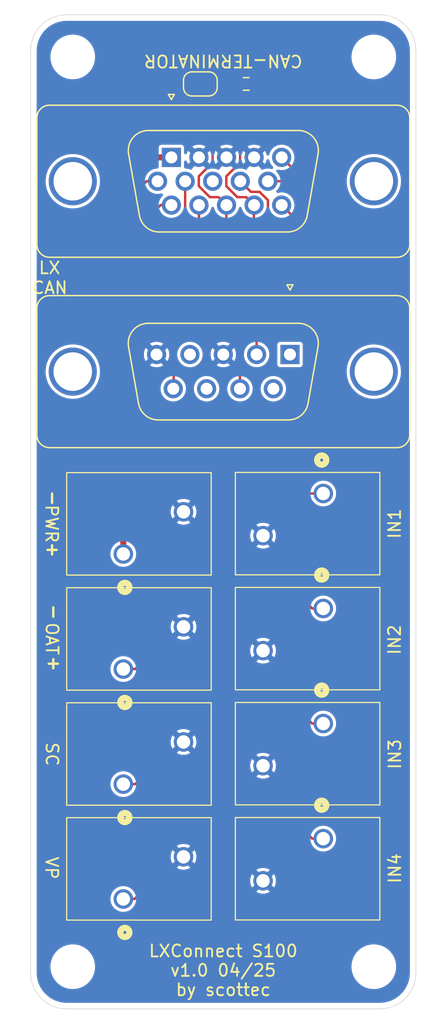
<source format=kicad_pcb>
(kicad_pcb (version 20241229) (generator "pcbnew") (generator_version "9.0")
  (layers (0 "F.Cu" signal) (2 "B.Cu" signal) (13 "F.Paste" user) (15 "B.Paste" user) (5 "F.SilkS" user "F.Silkscreen") (7 "B.SilkS" user "B.Silkscreen") (1 "F.Mask" user) (3 "B.Mask" user) (25 "Edge.Cuts" user))
  (net 0 "")
  (net 1 "/CANH")
  (net 2 "/OAT")
  (net 3 "/CANL")
  (net 4 "/IN2")
  (net 5 "/12V-IN")
  (net 6 "GND")
  (net 7 "/VP")
  (net 8 "/IN4")
  (net 9 "/12V-OUT")
  (net 10 "/IN1")
  (net 11 "/SC")
  (net 12 "/IN3")
  (net 17 "Net-(JP1-A)")
  (footprint "GSI_footprints:Wago-250-202" (layer "F.Cu") (at 131.398 118.6636 -90)
    (property "Reference" "J7" (hide yes))
    (property "Value" "OAT" (at -2.5094 5.922 270) (layer "F.SilkS"))
    (fp_circle (center 2.774 -0.128) (end 2.393 -0.128) (stroke (width 0.508)) (fill no) (layer "F.SilkS"))
    (fp_poly (pts (xy 1.749999 -7.3) (xy 1.75 4.7) (xy -6.75 4.7) (xy -6.75 -7.3)) (stroke (width 0.1)) (fill no) (layer "F.SilkS"))
    (pad "1" thru_hole circle (at 0 0 270) (size 1.6256 1.6256) (drill 1.1176) (layers "*.Cu" "*.Mask") (net 2 "/OAT"))
    (pad "2" thru_hole circle (at -3.5 -5 270) (size 1.6256 1.6256) (drill 1.1176) (layers "*.Cu" "*.Mask") (net 6 "GND"))
  )
  (footprint "MountingHole:MountingHole_3.2mm_M3" (layer "F.Cu") (at 152.2 143.366)
    (property "Reference" "H4" (hide yes))
    (property "Value" "MountingHole" (hide yes))
    (pad "" np_thru_hole circle (at 0 0) (size 3.2 3.2) (drill 3.2) (layers "*.Cu" "*.Mask"))
  )
  (footprint "GSI_footprints:Wago-250-202" (layer "F.Cu") (at 131.398 128.214 -90)
    (property "Reference" "J8" (hide yes))
    (property "Value" "SC" (at -2.484 5.922 270) (layer "F.SilkS"))
    (fp_circle (center 2.774 -0.128) (end 2.393 -0.128) (stroke (width 0.508)) (fill no) (layer "F.SilkS"))
    (fp_poly (pts (xy 1.749999 -7.3) (xy 1.75 4.7) (xy -6.75 4.7) (xy -6.75 -7.3)) (stroke (width 0.1)) (fill no) (layer "F.SilkS"))
    (pad "1" thru_hole circle (at 0 0 270) (size 1.6256 1.6256) (drill 1.1176) (layers "*.Cu" "*.Mask") (net 11 "/SC"))
    (pad "2" thru_hole circle (at -3.5 -5 270) (size 1.6256 1.6256) (drill 1.1176) (layers "*.Cu" "*.Mask") (net 6 "GND"))
  )
  (footprint "GSI_footprints:Wago-250-202" (layer "F.Cu") (at 131.398 137.7468 -90)
    (property "Reference" "J2" (hide yes))
    (property "Value" "VP" (at -2.568 5.9474 270) (layer "F.SilkS"))
    (fp_circle (center 2.774 -0.128) (end 2.393 -0.128) (stroke (width 0.508)) (fill no) (layer "F.SilkS"))
    (fp_poly (pts (xy 1.749999 -7.3) (xy 1.75 4.7) (xy -6.75 4.7) (xy -6.75 -7.3)) (stroke (width 0.1)) (fill no) (layer "F.SilkS"))
    (pad "1" thru_hole circle (at 0 0 270) (size 1.6256 1.6256) (drill 1.1176) (layers "*.Cu" "*.Mask") (net 7 "/VP"))
    (pad "2" thru_hole circle (at -3.5 -5 270) (size 1.6256 1.6256) (drill 1.1176) (layers "*.Cu" "*.Mask") (net 6 "GND"))
  )
  (footprint "GSI_footprints:Wago-250-202" (layer "F.Cu") (at 148.002 113.637 90)
    (property "Reference" "J4" (hide yes))
    (property "Value" "IN2" (at -2.5934 5.922 90) (layer "F.SilkS"))
    (fp_circle (center 2.774 -0.128) (end 2.393 -0.128) (stroke (width 0.508)) (fill no) (layer "F.SilkS"))
    (fp_poly (pts (xy 1.749999 -7.3) (xy 1.75 4.7) (xy -6.75 4.7) (xy -6.75 -7.3)) (stroke (width 0.1)) (fill no) (layer "F.SilkS"))
    (pad "1" thru_hole circle (at 0 0 90) (size 1.6256 1.6256) (drill 1.1176) (layers "*.Cu" "*.Mask") (net 4 "/IN2"))
    (pad "2" thru_hole circle (at -3.5 -5 90) (size 1.6256 1.6256) (drill 1.1176) (layers "*.Cu" "*.Mask") (net 6 "GND"))
  )
  (footprint "GSI_footprints:Wago-250-202" (layer "F.Cu") (at 148.002 123.1874 90)
    (property "Reference" "J5" (hide yes))
    (property "Value" "IN3" (at -2.5426 5.9474 90) (layer "F.SilkS"))
    (fp_circle (center 2.774 -0.128) (end 2.393 -0.128) (stroke (width 0.508)) (fill no) (layer "F.SilkS"))
    (fp_poly (pts (xy 1.749999 -7.3) (xy 1.75 4.7) (xy -6.75 4.7) (xy -6.75 -7.3)) (stroke (width 0.1)) (fill no) (layer "F.SilkS"))
    (pad "1" thru_hole circle (at 0 0 90) (size 1.6256 1.6256) (drill 1.1176) (layers "*.Cu" "*.Mask") (net 12 "/IN3"))
    (pad "2" thru_hole circle (at -3.5 -5 90) (size 1.6256 1.6256) (drill 1.1176) (layers "*.Cu" "*.Mask") (net 6 "GND"))
  )
  (footprint "Resistor_SMD:R_0603_1608Metric" (layer "F.Cu") (at 141.605 70.104)
    (property "Reference" "R1" (hide yes))
    (property "Value" "120R" (hide yes))
    (fp_line (start -0.237258 -0.5225) (end 0.237258 -0.5225) (stroke (width 0.12)) (layer "F.SilkS"))
    (fp_line (start -0.237258 0.5225) (end 0.237258 0.5225) (stroke (width 0.12)) (layer "F.SilkS"))
    (pad "1" smd roundrect (at -0.825 0) (size 0.8 0.95) (layers "F.Cu" "F.Mask" "F.Paste") (net 17 "Net-(JP1-A)"))
    (pad "2" smd roundrect (at 0.825 0) (size 0.8 0.95) (layers "F.Cu" "F.Mask" "F.Paste") (net 3 "/CANL"))
  )
  (footprint "GSI_footprints:Wago-250-202" (layer "F.Cu") (at 148.002 132.7378 90)
    (property "Reference" "J6" (hide yes))
    (property "Value" "IN4" (at -2.4664 5.9474 90) (layer "F.SilkS"))
    (fp_circle (center 2.774 -0.128) (end 2.393 -0.128) (stroke (width 0.508)) (fill no) (layer "F.SilkS"))
    (fp_poly (pts (xy 1.749999 -7.3) (xy 1.75 4.7) (xy -6.75 4.7) (xy -6.75 -7.3)) (stroke (width 0.1)) (fill no) (layer "F.SilkS"))
    (pad "1" thru_hole circle (at 0 0 90) (size 1.6256 1.6256) (drill 1.1176) (layers "*.Cu" "*.Mask") (net 8 "/IN4"))
    (pad "2" thru_hole circle (at -3.5 -5 90) (size 1.6256 1.6256) (drill 1.1176) (layers "*.Cu" "*.Mask") (net 6 "GND"))
  )
  (footprint "MountingHole:MountingHole_3.2mm_M3" (layer "F.Cu") (at 152.2 67.866)
    (property "Reference" "H2" (hide yes))
    (property "Value" "MountingHole" (hide yes))
    (pad "" np_thru_hole circle (at 0 0) (size 3.2 3.2) (drill 3.2) (layers "*.Cu" "*.Mask"))
  )
  (footprint "GSI_footprints:Wago-250-202" (layer "F.Cu") (at 148.002 104.0944 90)
    (property "Reference" "J3" (hide yes))
    (property "Value" "IN1" (at -2.5094 5.922 90) (layer "F.SilkS"))
    (fp_circle (center 2.774 -0.128) (end 2.393 -0.128) (stroke (width 0.508)) (fill no) (layer "F.SilkS"))
    (fp_poly (pts (xy 1.749999 -7.3) (xy 1.75 4.7) (xy -6.75 4.7) (xy -6.75 -7.3)) (stroke (width 0.1)) (fill no) (layer "F.SilkS"))
    (pad "1" thru_hole circle (at 0 0 90) (size 1.6256 1.6256) (drill 1.1176) (layers "*.Cu" "*.Mask") (net 10 "/IN1"))
    (pad "2" thru_hole circle (at -3.5 -5 90) (size 1.6256 1.6256) (drill 1.1176) (layers "*.Cu" "*.Mask") (net 6 "GND"))
  )
  (footprint "Connector_Dsub:DSUB-15-HD_Male_Vertical_P2.29x1.98mm_MountingHoles" (layer "F.Cu") (at 135.3882 76.2)
    (property "Reference" "J1" (hide yes))
    (property "Value" "LX" (at -10.1154 9.1694 0) (layer "F.SilkS"))
    (fp_line (start -11.17 7.23) (end -11.17 -3.27) (stroke (width 0.12)) (layer "F.SilkS"))
    (fp_line (start -10.11 -4.33) (end 18.74 -4.33) (stroke (width 0.12)) (layer "F.SilkS"))
    (fp_line (start -3.55147 -0.281744) (end -2.652202 4.818256) (stroke (width 0.12)) (layer "F.SilkS"))
    (fp_line (start -1.916689 -2.23) (end 10.546689 -2.23) (stroke (width 0.12)) (layer "F.SilkS"))
    (fp_line (start -1.017421 6.19) (end 9.647421 6.19) (stroke (width 0.12)) (layer "F.SilkS"))
    (fp_line (start -0.25 -5.224338) (end 0.25 -5.224338) (stroke (width 0.12)) (layer "F.SilkS"))
    (fp_line (start 0 -4.791325) (end -0.25 -5.224338) (stroke (width 0.12)) (layer "F.SilkS"))
    (fp_line (start 0.25 -5.224338) (end 0 -4.791325) (stroke (width 0.12)) (layer "F.SilkS"))
    (fp_line (start 12.18147 -0.281744) (end 11.282202 4.818256) (stroke (width 0.12)) (layer "F.SilkS"))
    (fp_line (start 18.74 8.29) (end -10.11 8.29) (stroke (width 0.12)) (layer "F.SilkS"))
    (fp_line (start 19.8 -3.27) (end 19.8 7.23) (stroke (width 0.12)) (layer "F.SilkS"))
    (fp_arc (start -11.17 -3.27) (mid -10.859533 -4.019533) (end -10.11 -4.33) (stroke (width 0.12)) (layer "F.SilkS"))
    (fp_arc (start -10.11 8.29) (mid -10.859533 7.979533) (end -11.17 7.23) (stroke (width 0.12)) (layer "F.SilkS"))
    (fp_arc (start -3.55147 -0.281744) (mid -3.188323 -1.637027) (end -1.916689 -2.23) (stroke (width 0.12)) (layer "F.SilkS"))
    (fp_arc (start -1.017421 6.19) (mid -2.084449 5.801634) (end -2.652202 4.818256) (stroke (width 0.12)) (layer "F.SilkS"))
    (fp_arc (start 10.546689 -2.23) (mid 11.818323 -1.637027) (end 12.18147 -0.281744) (stroke (width 0.12)) (layer "F.SilkS"))
    (fp_arc (start 11.282202 4.818256) (mid 10.714449 5.801634) (end 9.647421 6.19) (stroke (width 0.12)) (layer "F.SilkS"))
    (fp_arc (start 18.74 -4.33) (mid 19.489533 -4.019533) (end 19.8 -3.27) (stroke (width 0.12)) (layer "F.SilkS"))
    (fp_arc (start 19.8 7.23) (mid 19.489533 7.979533) (end 18.74 8.29) (stroke (width 0.12)) (layer "F.SilkS"))
    (pad "0" thru_hole circle (at -8.185 1.98) (size 4 4) (drill 3.2) (layers "*.Cu" "*.Mask"))
    (pad "0" thru_hole circle (at 16.815 1.98) (size 4 4) (drill 3.2) (layers "*.Cu" "*.Mask"))
    (pad "1" thru_hole rect (at 0 0) (size 1.6 1.6) (drill 1) (layers "*.Cu" "*.Mask") (net 5 "/12V-IN"))
    (pad "2" thru_hole circle (at 2.29 0) (size 1.6 1.6) (drill 1) (layers "*.Cu" "*.Mask") (net 6 "GND"))
    (pad "3" thru_hole circle (at 4.58 0) (size 1.6 1.6) (drill 1) (layers "*.Cu" "*.Mask") (net 6 "GND"))
    (pad "4" thru_hole circle (at 6.87 0) (size 1.6 1.6) (drill 1) (layers "*.Cu" "*.Mask") (net 6 "GND"))
    (pad "5" thru_hole circle (at 9.16 0) (size 1.6 1.6) (drill 1) (layers "*.Cu" "*.Mask") (net 10 "/IN1"))
    (pad "6" thru_hole circle (at -1.145 1.98) (size 1.6 1.6) (drill 1) (layers "*.Cu" "*.Mask") (net 2 "/OAT"))
    (pad "7" thru_hole circle (at 1.145 1.98) (size 1.6 1.6) (drill 1) (layers "*.Cu" "*.Mask") (net 7 "/VP"))
    (pad "8" thru_hole circle (at 3.435 1.98) (size 1.6 1.6) (drill 1) (layers "*.Cu" "*.Mask"))
    (pad "9" thru_hole circle (at 5.725 1.98) (size 1.6 1.6) (drill 1) (layers "*.Cu" "*.Mask") (net 8 "/IN4"))
    (pad "10" thru_hole circle (at 8.015 1.98) (size 1.6 1.6) (drill 1) (layers "*.Cu" "*.Mask") (net 4 "/IN2"))
    (pad "11" thru_hole circle (at 0 3.96) (size 1.6 1.6) (drill 1) (layers "*.Cu" "*.Mask") (net 11 "/SC"))
    (pad "12" thru_hole circle (at 2.29 3.96) (size 1.6 1.6) (drill 1) (layers "*.Cu" "*.Mask") (net 9 "/12V-OUT"))
    (pad "13" thru_hole circle (at 4.58 3.96) (size 1.6 1.6) (drill 1) (layers "*.Cu" "*.Mask") (net 1 "/CANH"))
    (pad "14" thru_hole circle (at 6.87 3.96) (size 1.6 1.6) (drill 1) (layers "*.Cu" "*.Mask") (net 3 "/CANL"))
    (pad "15" thru_hole circle (at 9.16 3.96) (size 1.6 1.6) (drill 1) (layers "*.Cu" "*.Mask") (net 12 "/IN3"))
  )
  (footprint "Jumper:SolderJumper-2_P1.3mm_Open_RoundedPad1.0x1.5mm" (layer "F.Cu") (at 137.795 70.104 180)
    (property "Reference" "JP1" (hide yes))
    (property "Value" "CAN-TERMINATOR" (at -1.905 1.905 180) (layer "F.SilkS"))
    (fp_line (start 1.4 -0.300001) (end 1.4 0.300001) (stroke (width 0.12)) (layer "F.SilkS"))
    (fp_line (start 0.7 1) (end -0.7 1) (stroke (width 0.12)) (layer "F.SilkS"))
    (fp_line (start -0.7 -1) (end 0.7 -1) (stroke (width 0.12)) (layer "F.SilkS"))
    (fp_line (start -1.4 0.300001) (end -1.4 -0.300001) (stroke (width 0.12)) (layer "F.SilkS"))
    (fp_arc (start 1.4 0.300001) (mid 1.194975 0.794975) (end 0.7 1) (stroke (width 0.12)) (layer "F.SilkS"))
    (fp_arc (start 0.7 -1) (mid 1.194975 -0.794975) (end 1.4 -0.300001) (stroke (width 0.12)) (layer "F.SilkS"))
    (fp_arc (start -0.7 1) (mid -1.194975 0.794975) (end -1.4 0.300001) (stroke (width 0.12)) (layer "F.SilkS"))
    (fp_arc (start -1.4 -0.300001) (mid -1.194975 -0.794975) (end -0.7 -1) (stroke (width 0.12)) (layer "F.SilkS"))
    (pad "1" smd custom (at -0.649999 0 180) (size 1 0.5) (layers "F.Cu" "F.Mask") (net 17 "Net-(JP1-A)") (options (clearance outline) (anchor rect)) (primitives (gr_circle (center 0 0.25) (end 0.5 0.25) (width 0) (fill yes)) (gr_circle (center 0 -0.25) (end 0.5 -0.25) (width 0) (fill yes)) (gr_poly (pts (xy 0.5 0.75) (xy 0 0.75) (xy 0 -0.75) (xy 0.5 -0.75)) (width 0) (fill yes))))
    (pad "2" smd custom (at 0.649999 0 180) (size 1 0.5) (layers "F.Cu" "F.Mask") (net 1 "/CANH") (options (clearance outline) (anchor rect)) (primitives (gr_circle (center 0 0.25) (end 0.5 0.25) (width 0) (fill yes)) (gr_circle (center 0 -0.25) (end 0.5 -0.25) (width 0) (fill yes)) (gr_poly (pts (xy 0 0.75) (xy -0.5 0.75) (xy -0.5 -0.75) (xy 0 -0.75)) (width 0) (fill yes))))
  )
  (footprint "MountingHole:MountingHole_3.2mm_M3" (layer "F.Cu") (at 127.2 67.866)
    (property "Reference" "H1" (hide yes))
    (property "Value" "MountingHole" (hide yes))
    (pad "" np_thru_hole circle (at 0 0) (size 3.2 3.2) (drill 3.2) (layers "*.Cu" "*.Mask"))
  )
  (footprint "MountingHole:MountingHole_3.2mm_M3" (layer "F.Cu") (at 127.2 143.366)
    (property "Reference" "H3" (hide yes))
    (property "Value" "MountingHole" (hide yes))
    (pad "" np_thru_hole circle (at 0 0) (size 3.2 3.2) (drill 3.2) (layers "*.Cu" "*.Mask"))
  )
  (footprint "GSI_footprints:Wago-250-202" (layer "F.Cu") (at 131.398 109.1132 -90)
    (property "Reference" "J9" (hide yes))
    (property "Value" "PWR" (at -2.5094 5.9474 270) (layer "F.SilkS"))
    (fp_circle (center 2.774 -0.128) (end 2.393 -0.128) (stroke (width 0.508)) (fill no) (layer "F.SilkS"))
    (fp_poly (pts (xy 1.749999 -7.3) (xy 1.75 4.7) (xy -6.75 4.7) (xy -6.75 -7.3)) (stroke (width 0.1)) (fill no) (layer "F.SilkS"))
    (pad "1" thru_hole circle (at 0 0 270) (size 1.6256 1.6256) (drill 1.1176) (layers "*.Cu" "*.Mask") (net 5 "/12V-IN"))
    (pad "2" thru_hole circle (at -3.5 -5 270) (size 1.6256 1.6256) (drill 1.1176) (layers "*.Cu" "*.Mask") (net 6 "GND"))
  )
  (footprint "Connector_Dsub:DSUB-9_Female_Vertical_P2.77x2.84mm_MountingHoles" (layer "F.Cu") (at 145.24 92.56)
    (property "Reference" "J11" (hide yes))
    (property "Value" "CAN" (at -19.9418 -5.5396 0) (layer "F.SilkS"))
    (fp_line (start -21.025 6.67) (end -21.025 -3.83) (stroke (width 0.12)) (layer "F.SilkS"))
    (fp_line (start -19.965 -4.89) (end 8.885 -4.89) (stroke (width 0.12)) (layer "F.SilkS"))
    (fp_line (start -13.40647 -0.641744) (end -12.577733 4.058256) (stroke (width 0.12)) (layer "F.SilkS"))
    (fp_line (start -11.771689 -2.59) (end 0.691689 -2.59) (stroke (width 0.12)) (layer "F.SilkS"))
    (fp_line (start -10.942952 5.43) (end -0.137048 5.43) (stroke (width 0.12)) (layer "F.SilkS"))
    (fp_line (start -0.25 -5.784338) (end 0.25 -5.784338) (stroke (width 0.12)) (layer "F.SilkS"))
    (fp_line (start 0 -5.351325) (end -0.25 -5.784338) (stroke (width 0.12)) (layer "F.SilkS"))
    (fp_line (start 0.25 -5.784338) (end 0 -5.351325) (stroke (width 0.12)) (layer "F.SilkS"))
    (fp_line (start 2.32647 -0.641744) (end 1.497733 4.058256) (stroke (width 0.12)) (layer "F.SilkS"))
    (fp_line (start 8.885 7.73) (end -19.965 7.73) (stroke (width 0.12)) (layer "F.SilkS"))
    (fp_line (start 9.945 -3.83) (end 9.945 6.67) (stroke (width 0.12)) (layer "F.SilkS"))
    (fp_arc (start -21.025 -3.83) (mid -20.714533 -4.579533) (end -19.965 -4.89) (stroke (width 0.12)) (layer "F.SilkS"))
    (fp_arc (start -19.965 7.73) (mid -20.714533 7.419533) (end -21.025 6.67) (stroke (width 0.12)) (layer "F.SilkS"))
    (fp_arc (start -13.40647 -0.641744) (mid -13.043323 -1.997027) (end -11.771689 -2.59) (stroke (width 0.12)) (layer "F.SilkS"))
    (fp_arc (start -10.942952 5.43) (mid -12.00998 5.041634) (end -12.577733 4.058256) (stroke (width 0.12)) (layer "F.SilkS"))
    (fp_arc (start 0.691689 -2.59) (mid 1.963323 -1.997027) (end 2.32647 -0.641744) (stroke (width 0.12)) (layer "F.SilkS"))
    (fp_arc (start 1.497733 4.058256) (mid 0.92998 5.041634) (end -0.137048 5.43) (stroke (width 0.12)) (layer "F.SilkS"))
    (fp_arc (start 8.885 -4.89) (mid 9.634533 -4.579533) (end 9.945 -3.83) (stroke (width 0.12)) (layer "F.SilkS"))
    (fp_arc (start 9.945 6.67) (mid 9.634533 7.419533) (end 8.885 7.73) (stroke (width 0.12)) (layer "F.SilkS"))
    (pad "0" thru_hole circle (at -18.04 1.42) (size 4 4) (drill 3.2) (layers "*.Cu" "*.Mask"))
    (pad "0" thru_hole circle (at 6.96 1.42) (size 4 4) (drill 3.2) (layers "*.Cu" "*.Mask"))
    (pad "1" thru_hole rect (at 0 0) (size 1.6 1.6) (drill 1) (layers "*.Cu" "*.Mask"))
    (pad "2" thru_hole circle (at -2.77 0) (size 1.6 1.6) (drill 1) (layers "*.Cu" "*.Mask") (net 3 "/CANL"))
    (pad "3" thru_hole circle (at -5.54 0) (size 1.6 1.6) (drill 1) (layers "*.Cu" "*.Mask") (net 6 "GND"))
    (pad "4" thru_hole circle (at -8.31 0) (size 1.6 1.6) (drill 1) (layers "*.Cu" "*.Mask"))
    (pad "5" thru_hole circle (at -11.08 0) (size 1.6 1.6) (drill 1) (layers "*.Cu" "*.Mask") (net 6 "GND"))
    (pad "6" thru_hole circle (at -1.385 2.84) (size 1.6 1.6) (drill 1) (layers "*.Cu" "*.Mask"))
    (pad "7" thru_hole circle (at -4.155 2.84) (size 1.6 1.6) (drill 1) (layers "*.Cu" "*.Mask") (net 1 "/CANH"))
    (pad "8" thru_hole circle (at -6.925 2.84) (size 1.6 1.6) (drill 1) (layers "*.Cu" "*.Mask"))
    (pad "9" thru_hole circle (at -9.695 2.84) (size 1.6 1.6) (drill 1) (layers "*.Cu" "*.Mask") (net 9 "/12V-OUT"))
  )
  (gr_arc (start 126.7 146.866) (mid 124.57868 145.98732) (end 123.7 143.866) (stroke (width 0.05)) (layer "Edge.Cuts"))
  (gr_line (start 155.7 67.366) (end 155.7 143.866) (stroke (width 0.05)) (layer "Edge.Cuts"))
  (gr_arc (start 155.7 143.866) (mid 154.82132 145.98732) (end 152.7 146.866) (stroke (width 0.05)) (layer "Edge.Cuts"))
  (gr_line (start 123.7 143.866) (end 123.7 67.366) (stroke (width 0.05)) (layer "Edge.Cuts"))
  (gr_arc (start 123.7 67.366) (mid 124.57868 65.24468) (end 126.7 64.366) (stroke (width 0.05)) (layer "Edge.Cuts"))
  (gr_line (start 126.7 64.366) (end 152.7 64.366) (stroke (width 0.05)) (layer "Edge.Cuts"))
  (gr_arc (start 152.7 64.366) (mid 154.82132 65.24468) (end 155.7 67.366) (stroke (width 0.05)) (layer "Edge.Cuts"))
  (gr_line (start 152.7 146.866) (end 126.7 146.866) (stroke (width 0.05)) (layer "Edge.Cuts"))
  (gr_text "-    +" (at 125.0696 116.078 270) (layer "F.SilkS") (effects (font (size 1 1) (thickness 0.2) (bold yes)) (justify bottom)))
  (gr_text "LXConnect S100\nv1.0 04/25\nby scottec" (at 139.7 145.866 0) (layer "F.SilkS") (effects (font (size 1 1)) (justify bottom)))
  (gr_text "-    +" (at 124.968 106.6292 270) (layer "F.SilkS") (effects (font (size 1 1) (thickness 0.2) (bold yes)) (justify bottom)))
  (segment (start 139.9682 80.16) (end 139.954 80.1742) (width 0.2) (layer "F.Cu") (net 1))
  (segment (start 137.668 77.76725) (end 137.668 78.58185) (width 0.2) (layer "F.Cu") (net 1))
  (segment (start 138.58815 79.502) (end 139.3102 79.502) (width 0.2) (layer "F.Cu") (net 1))
  (segment (start 137.668 78.58185) (end 138.58815 79.502) (width 0.2) (layer "F.Cu") (net 1))
  (segment (start 141.085 91.0978) (end 141.085 95.4) (width 0.2) (layer "F.Cu") (net 1))
  (segment (start 138.811 76.62425) (end 137.668 77.76725) (width 0.2) (layer "F.Cu") (net 1))
  (segment (start 137.16 70.118999) (end 137.16 72.517) (width 0.2) (layer "F.Cu") (net 1))
  (segment (start 137.16 72.517) (end 138.811 74.168) (width 0.2) (layer "F.Cu") (net 1))
  (segment (start 137.145001 70.104) (end 137.16 70.118999) (width 0.2) (layer "F.Cu") (net 1))
  (segment (start 139.3102 79.502) (end 139.9682 80.16) (width 0.2) (layer "F.Cu") (net 1))
  (segment (start 139.954 80.1742) (end 139.954 89.9668) (width 0.2) (layer "F.Cu") (net 1))
  (segment (start 138.811 74.168) (end 138.811 76.62425) (width 0.2) (layer "F.Cu") (net 1))
  (segment (start 139.954 89.9668) (end 141.085 91.0978) (width 0.2) (layer "F.Cu") (net 1))
  (segment (start 131.3244 97.4154) (end 134.1502 100.2412) (width 0.2) (layer "F.Cu") (net 2))
  (segment (start 134.1502 116.9034) (end 132.39 118.6636) (width 0.2) (layer "F.Cu") (net 2))
  (segment (start 134.2432 78.18) (end 133.3258 78.18) (width 0.2) (layer "F.Cu") (net 2))
  (segment (start 132.39 118.6636) (end 131.398 118.6636) (width 0.2) (layer "F.Cu") (net 2))
  (segment (start 134.1502 100.2412) (end 134.1502 116.9034) (width 0.2) (layer "F.Cu") (net 2))
  (segment (start 131.3244 80.1814) (end 131.3244 97.4154) (width 0.2) (layer "F.Cu") (net 2))
  (segment (start 133.3258 78.18) (end 131.3244 80.1814) (width 0.2) (layer "F.Cu") (net 2))
  (segment (start 140.86725 79.502) (end 141.6002 79.502) (width 0.2) (layer "F.Cu") (net 3))
  (segment (start 139.954 77.77125) (end 139.954 78.58875) (width 0.2) (layer "F.Cu") (net 3))
  (segment (start 141.6002 79.502) (end 142.2582 80.16) (width 0.2) (layer "F.Cu") (net 3))
  (segment (start 139.954 78.58875) (end 140.86725 79.502) (width 0.2) (layer "F.Cu") (net 3))
  (segment (start 142.43 72.835) (end 141.097 74.168) (width 0.2) (layer "F.Cu") (net 3))
  (segment (start 142.24 89.916) (end 142.47 90.146) (width 0.2) (layer "F.Cu") (net 3))
  (segment (start 142.24 80.1782) (end 142.24 89.916) (width 0.2) (layer "F.Cu") (net 3))
  (segment (start 142.2582 80.16) (end 142.24 80.1782) (width 0.2) (layer "F.Cu") (net 3))
  (segment (start 142.43 70.104) (end 142.43 72.835) (width 0.2) (layer "F.Cu") (net 3))
  (segment (start 141.097 76.62825) (end 139.954 77.77125) (width 0.2) (layer "F.Cu") (net 3))
  (segment (start 141.097 74.168) (end 141.097 76.62825) (width 0.2) (layer "F.Cu") (net 3))
  (segment (start 142.47 90.146) (end 142.47 92.56) (width 0.2) (layer "F.Cu") (net 3))
  (segment (start 148.1264 80.664) (end 145.6424 78.18) (width 0.2) (layer "F.Cu") (net 4))
  (segment (start 147.0888 113.637) (end 145.4658 112.014) (width 0.2) (layer "F.Cu") (net 4))
  (segment (start 145.6424 78.18) (end 143.4032 78.18) (width 0.2) (layer "F.Cu") (net 4))
  (segment (start 148.002 113.637) (end 147.0888 113.637) (width 0.2) (layer "F.Cu") (net 4))
  (segment (start 148.1264 97.433914) (end 148.1264 80.664) (width 0.2) (layer "F.Cu") (net 4))
  (segment (start 145.4658 112.014) (end 145.4658 100.094514) (width 0.2) (layer "F.Cu") (net 4))
  (segment (start 145.4658 100.094514) (end 148.1264 97.433914) (width 0.2) (layer "F.Cu") (net 4))
  (segment (start 130.175 79.0956) (end 133.0706 76.2) (width 0.5) (layer "F.Cu") (net 5))
  (segment (start 131.398 109.1132) (end 131.398 107.776) (width 0.5) (layer "F.Cu") (net 5))
  (segment (start 131.398 107.776) (end 130.175 106.553) (width 0.5) (layer "F.Cu") (net 5))
  (segment (start 130.175 106.553) (end 130.175 79.0956) (width 0.5) (layer "F.Cu") (net 5))
  (segment (start 133.0706 76.2) (end 135.3882 76.2) (width 0.5) (layer "F.Cu") (net 5))
  (segment (start 134.9502 135.128) (end 134.9502 99.909828) (width 0.2) (layer "F.Cu") (net 7))
  (segment (start 132.1244 85.6552) (end 136.5332 81.2464) (width 0.2) (layer "F.Cu") (net 7))
  (segment (start 132.1244 97.084028) (end 132.1244 85.6552) (width 0.2) (layer "F.Cu") (net 7))
  (segment (start 134.9502 99.909828) (end 132.1244 97.084028) (width 0.2) (layer "F.Cu") (net 7))
  (segment (start 131.398 137.7468) (end 132.3314 137.7468) (width 0.2) (layer "F.Cu") (net 7))
  (segment (start 132.3314 137.7468) (end 134.9502 135.128) (width 0.2) (layer "F.Cu") (net 7))
  (segment (start 136.5332 81.2464) (end 136.5332 78.18) (width 0.2) (layer "F.Cu") (net 7))
  (segment (start 148.002 132.7378) (end 147.0888 132.7378) (width 0.2) (layer "F.Cu") (net 8))
  (segment (start 147.3264 85.0964) (end 143.4084 81.1784) (width 0.2) (layer "F.Cu") (net 8))
  (segment (start 143.4084 79.754565) (end 142.713835 79.06) (width 0.2) (layer "F.Cu") (net 8))
  (segment (start 147.3264 97.102542) (end 147.3264 85.0964) (width 0.2) (layer "F.Cu") (net 8))
  (segment (start 143.4084 81.1784) (end 143.4084 79.754565) (width 0.2) (layer "F.Cu") (net 8))
  (segment (start 144.4498 99.979142) (end 147.3264 97.102542) (width 0.2) (layer "F.Cu") (net 8))
  (segment (start 147.0888 132.7378) (end 144.4498 130.0988) (width 0.2) (layer "F.Cu") (net 8))
  (segment (start 142.713835 79.06) (end 141.9932 79.06) (width 0.2) (layer "F.Cu") (net 8))
  (segment (start 144.4498 130.0988) (end 144.4498 99.979142) (width 0.2) (layer "F.Cu") (net 8))
  (segment (start 141.9932 79.06) (end 141.1132 78.18) (width 0.2) (layer "F.Cu") (net 8))
  (segment (start 135.5852 92.0496) (end 135.5852 95.3598) (width 0.2) (layer "F.Cu") (net 9))
  (segment (start 135.5344 95.3894) (end 135.545 95.4) (width 0.3) (layer "F.Cu") (net 9))
  (segment (start 137.6782 89.9566) (end 135.5852 92.0496) (width 0.2) (layer "F.Cu") (net 9))
  (segment (start 135.5852 95.3598) (end 135.545 95.4) (width 0.2) (layer "F.Cu") (net 9))
  (segment (start 137.6782 80.16) (end 137.6782 89.9566) (width 0.2) (layer "F.Cu") (net 9))
  (segment (start 148.002 104.0944) (end 146.7664 104.0944) (width 0.2) (layer "F.Cu") (net 10))
  (segment (start 145.8658 100.2602) (end 148.5264 97.5996) (width 0.2) (layer "F.Cu") (net 10))
  (segment (start 148.5264 80.1782) (end 144.5482 76.2) (width 0.2) (layer "F.Cu") (net 10))
  (segment (start 146.7664 104.0944) (end 145.8658 103.1938) (width 0.2) (layer "F.Cu") (net 10))
  (segment (start 148.5264 97.5996) (end 148.5264 80.1782) (width 0.2) (layer "F.Cu") (net 10))
  (segment (start 145.8658 103.1938) (end 145.8658 100.2602) (width 0.2) (layer "F.Cu") (net 10))
  (segment (start 132.39 128.214) (end 134.5502 126.0538) (width 0.2) (layer "F.Cu") (net 11))
  (segment (start 134.5502 100.075514) (end 131.7244 97.249714) (width 0.2) (layer "F.Cu") (net 11))
  (segment (start 134.4954 80.16) (end 135.3882 80.16) (width 0.2) (layer "F.Cu") (net 11))
  (segment (start 131.7244 97.249714) (end 131.7244 82.931) (width 0.2) (layer "F.Cu") (net 11))
  (segment (start 131.398 128.214) (end 132.39 128.214) (width 0.2) (layer "F.Cu") (net 11))
  (segment (start 134.5502 126.0538) (end 134.5502 100.075514) (width 0.2) (layer "F.Cu") (net 11))
  (segment (start 131.7244 82.931) (end 134.4954 80.16) (width 0.2) (layer "F.Cu") (net 11))
  (segment (start 145.0086 121.1072) (end 145.0086 99.986028) (width 0.2) (layer "F.Cu") (net 12))
  (segment (start 145.0086 99.986028) (end 147.7264 97.268228) (width 0.2) (layer "F.Cu") (net 12))
  (segment (start 147.7264 83.3382) (end 144.5482 80.16) (width 0.2) (layer "F.Cu") (net 12))
  (segment (start 147.7264 97.268228) (end 147.7264 83.3382) (width 0.2) (layer "F.Cu") (net 12))
  (segment (start 147.0888 123.1874) (end 145.0086 121.1072) (width 0.2) (layer "F.Cu") (net 12))
  (segment (start 148.002 123.1874) (end 147.0888 123.1874) (width 0.2) (layer "F.Cu") (net 12))
  (segment (start 138.444999 70.104) (end 140.78 70.104) (width 0.2) (layer "F.Cu") (net 17))
  (zone (net 6) (net_name "GND") (layer "B.Cu") (name "GND") (connect_pads (clearance 0.25)) (min_thickness 0.25) (fill yes (thermal_gap 0.25) (thermal_bridge_width 0.5) (smoothing fillet) (radius 0.5))
    (polygon (pts (xy 157.5308 63.1388) (xy 157.5308 148.1384) (xy 121.158 148.1384) (xy 121.158 63.1388)))
  )
)
</source>
